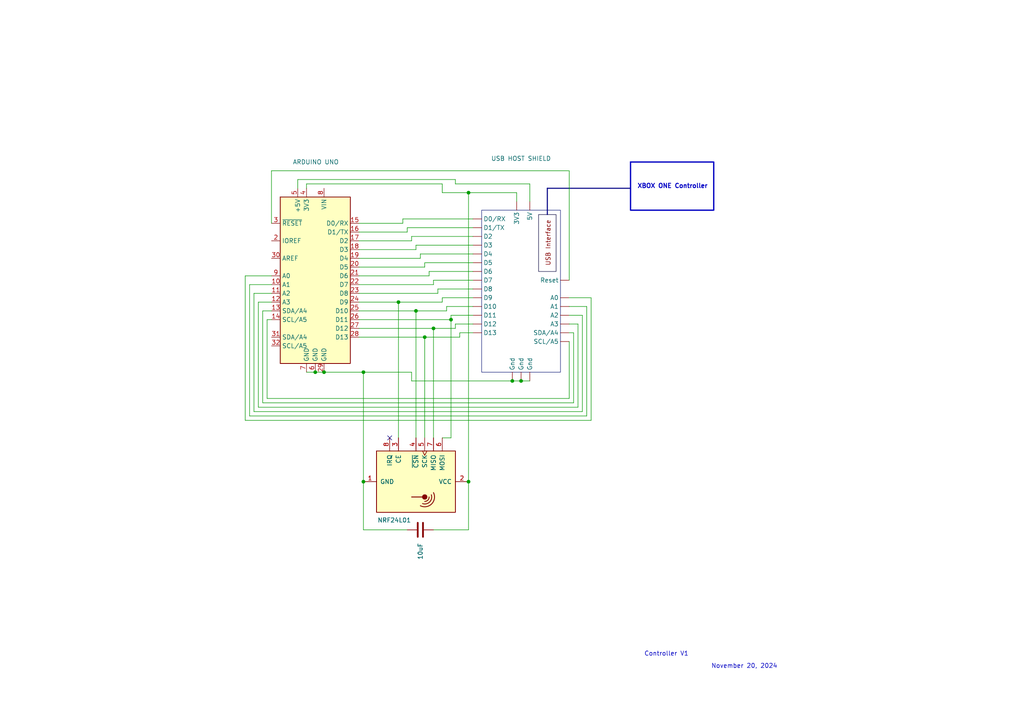
<source format=kicad_sch>
(kicad_sch (version 20231120) (generator "eeschema") (generator_version "8.0")
  (paper "A4")
  (lib_symbols
    (symbol "Device:C" (pin_numbers hide) (pin_names (offset 0.254))
      (property "Reference" "C" (at 0.635 2.54 0))
      (property "Value" "C" (at 0.635 -2.54 0))
      (symbol "C_0_1"
        (polyline (pts (xy -2.032 -0.762) (xy 2.032 -0.762)) (stroke (width 0.508)))
        (polyline (pts (xy -2.032 0.762) (xy 2.032 0.762)) (stroke (width 0.508)))
      )
      (symbol "C_1_1"
        (pin passive line (at 0 3.81 270) (length 2.794) (name "~") (number "1"))
        (pin passive line (at 0 -3.81 90) (length 2.794) (name "~") (number "2"))
      )
    )
    (symbol "MCU_Module:Arduino_UNO_R3"
      (property "Reference" "A" (at -10.16 23.495 0))
      (property "Value" "Arduino_UNO_R3" (at 5.08 -26.67 0))
      (symbol "Arduino_UNO_R3_0_1"
        (rectangle (start -10.16 22.86) (end 10.16 -25.4) (stroke (width 0.254)) (fill (type background)))
      )
      (symbol "Arduino_UNO_R3_1_1"
        (pin no_connect line (at -10.16 -20.32 0) (length 2.54) hide (name "NC") (number "1"))
        (pin bidirectional line (at 12.7 -2.54 180) (length 2.54) (name "A1") (number "10"))
        (pin bidirectional line (at 12.7 -5.08 180) (length 2.54) (name "A2") (number "11"))
        (pin bidirectional line (at 12.7 -7.62 180) (length 2.54) (name "A3") (number "12"))
        (pin bidirectional line (at 12.7 -10.16 180) (length 2.54) (name "SDA/A4") (number "13"))
        (pin bidirectional line (at 12.7 -12.7 180) (length 2.54) (name "SCL/A5") (number "14"))
        (pin bidirectional line (at -12.7 15.24 0) (length 2.54) (name "D0/RX") (number "15"))
        (pin bidirectional line (at -12.7 12.7 0) (length 2.54) (name "D1/TX") (number "16"))
        (pin bidirectional line (at -12.7 10.16 0) (length 2.54) (name "D2") (number "17"))
        (pin bidirectional line (at -12.7 7.62 0) (length 2.54) (name "D3") (number "18"))
        (pin bidirectional line (at -12.7 5.08 0) (length 2.54) (name "D4") (number "19"))
        (pin output line (at 12.7 10.16 180) (length 2.54) (name "IOREF") (number "2"))
        (pin bidirectional line (at -12.7 2.54 0) (length 2.54) (name "D5") (number "20"))
        (pin bidirectional line (at -12.7 0 0) (length 2.54) (name "D6") (number "21"))
        (pin bidirectional line (at -12.7 -2.54 0) (length 2.54) (name "D7") (number "22"))
        (pin bidirectional line (at -12.7 -5.08 0) (length 2.54) (name "D8") (number "23"))
        (pin bidirectional line (at -12.7 -7.62 0) (length 2.54) (name "D9") (number "24"))
        (pin bidirectional line (at -12.7 -10.16 0) (length 2.54) (name "D10") (number "25"))
        (pin bidirectional line (at -12.7 -12.7 0) (length 2.54) (name "D11") (number "26"))
        (pin bidirectional line (at -12.7 -15.24 0) (length 2.54) (name "D12") (number "27"))
        (pin bidirectional line (at -12.7 -17.78 0) (length 2.54) (name "D13") (number "28"))
        (pin power_in line (at -2.54 -27.94 90) (length 2.54) (name "GND") (number "29"))
        (pin input line (at 12.7 15.24 180) (length 2.54) (name "~{RESET}") (number "3"))
        (pin input line (at 12.7 5.08 180) (length 2.54) (name "AREF") (number "30"))
        (pin bidirectional line (at 12.7 -17.78 180) (length 2.54) (name "SDA/A4") (number "31"))
        (pin bidirectional line (at 12.7 -20.32 180) (length 2.54) (name "SCL/A5") (number "32"))
        (pin power_out line (at 2.54 25.4 270) (length 2.54) (name "3V3") (number "4"))
        (pin power_out line (at 5.08 25.4 270) (length 2.54) (name "+5V") (number "5"))
        (pin power_in line (at 0 -27.94 90) (length 2.54) (name "GND") (number "6"))
        (pin power_in line (at 2.54 -27.94 90) (length 2.54) (name "GND") (number "7"))
        (pin power_in line (at -2.54 25.4 270) (length 2.54) (name "VIN") (number "8"))
        (pin bidirectional line (at 12.7 0 180) (length 2.54) (name "A0") (number "9"))
      )
    )
    (symbol "RF:NRF24L01_Breakout" (pin_names (offset 1.016))
      (property "Reference" "U" (at -8.89 12.7 0))
      (property "Value" "NRF24L01_Breakout" (at 3.81 12.7 0))
      (symbol "NRF24L01_Breakout_0_1"
        (rectangle (start -8.89 11.43) (end 8.89 -11.43) (stroke (width 0.254)) (fill (type background)))
        (polyline (pts (xy 4.445 1.905) (xy 4.445 -1.27)) (stroke (width 0.254)))
        (circle (center 4.445 2.54) (radius 0.635) (stroke (width 0.254)) (fill (type outline)))
        (arc (start 5.715 2.54) (mid 5.3521 3.4546) (end 4.445 3.81) (stroke (width 0.254)))
        (arc (start 6.35 1.905) (mid 5.8763 3.9854) (end 3.81 4.445) (stroke (width 0.254)))
        (arc (start 6.985 1.27) (mid 6.453 4.548) (end 3.175 5.08) (stroke (width 0.254)))
      )
      (symbol "NRF24L01_Breakout_1_1"
        (pin power_in line (at 0 -15.24 90) (length 3.81) (name "GND") (number "1"))
        (pin power_in line (at 0 15.24 270) (length 3.81) (name "VCC") (number "2"))
        (pin input line (at -12.7 -5.08 0) (length 3.81) (name "CE") (number "3"))
        (pin input line (at -12.7 0 0) (length 3.81) (name "~{CSN}") (number "4"))
        (pin input clock (at -12.7 2.54 0) (length 3.81) (name "SCK") (number "5"))
        (pin input line (at -12.7 7.62 0) (length 3.81) (name "MOSI") (number "6"))
        (pin output line (at -12.7 5.08 0) (length 3.81) (name "MISO") (number "7"))
        (pin output line (at -12.7 -7.62 0) (length 3.81) (name "IRQ") (number "8"))
      )
    )
    (symbol "transmitter:Host_Shield"
      (property "Reference" "H" (at 0 0 0))
      (symbol "Host_Shield_1_1"
        (rectangle (start -11.43 7.62) (end 11.43 -39.37) (stroke (width 0) (color 32 43 129 1)))
        (rectangle (start 5.08 6.35) (end 10.16 -10.16) (stroke (width 0) (color 20 18 71 1)))
        (text "USB Interface\n" (at 7.874 -1.778 900) (effects (font (size 1.27 1.27))))
        (pin input line (at -1.27 10.16 270) (length 2.54) (name "3V3") (number ""))
        (pin input line (at 2.54 10.16 270) (length 2.54) (name "5V") (number ""))
        (pin input line (at 13.97 -17.78 180) (length 2.54) (name "A0") (number ""))
        (pin input line (at 13.97 -20.32 180) (length 2.54) (name "A1") (number ""))
        (pin input line (at 13.97 -22.86 180) (length 2.54) (name "A2") (number ""))
        (pin input line (at 13.97 -25.4 180) (length 2.54) (name "A3") (number ""))
        (pin input line (at -13.97 5.08 0) (length 2.54) (name "D0/RX") (number ""))
        (pin input line (at -13.97 2.54 0) (length 2.54) (name "D1/TX") (number ""))
        (pin input line (at -13.97 -20.32 0) (length 2.54) (name "D10") (number ""))
        (pin input line (at -13.97 -22.86 0) (length 2.54) (name "D11") (number ""))
        (pin input line (at -13.97 -25.4 0) (length 2.54) (name "D12") (number ""))
        (pin input line (at -13.97 -27.94 0) (length 2.54) (name "D13") (number ""))
        (pin input line (at -13.97 0 0) (length 2.54) (name "D2") (number ""))
        (pin input line (at -13.97 -2.54 0) (length 2.54) (name "D3") (number ""))
        (pin input line (at -13.97 -5.08 0) (length 2.54) (name "D4") (number ""))
        (pin input line (at -13.97 -7.62 0) (length 2.54) (name "D5") (number ""))
        (pin input line (at -13.97 -10.16 0) (length 2.54) (name "D6") (number ""))
        (pin input line (at -13.97 -12.7 0) (length 2.54) (name "D7") (number ""))
        (pin input line (at -13.97 -15.24 0) (length 2.54) (name "D8") (number ""))
        (pin input line (at -13.97 -17.78 0) (length 2.54) (name "D9") (number ""))
        (pin input line (at -2.54 -41.91 90) (length 2.54) (name "Gnd") (number ""))
        (pin input line (at 0 -41.91 90) (length 2.54) (name "Gnd") (number ""))
        (pin input line (at 2.54 -41.91 90) (length 2.54) (name "Gnd") (number ""))
        (pin input line (at 13.97 -12.7 180) (length 2.54) (name "Reset") (number ""))
        (pin input line (at 13.97 -30.48 180) (length 2.54) (name "SCL/A5") (number ""))
        (pin input line (at 13.97 -27.94 180) (length 2.54) (name "SDA/A4") (number ""))
      )
    )
  )
  (junction (at 151.13 110.49))
  (junction (at 135.89 139.7))
  (junction (at 135.89 55.88))
  (junction (at 115.57 87.63))
  (junction (at 120.65 90.17))
  (junction (at 123.19 97.79))
  (junction (at 130.81 92.71))
  (junction (at 91.44 107.95))
  (junction (at 105.41 139.7))
  (junction (at 105.41 107.95))
  (junction (at 93.98 107.95))
  (junction (at 148.59 110.49))
  (junction (at 125.73 95.25))
  (no_connect (at 113.03 127))
  (wire (pts (xy 71.12 121.92) (xy 71.12 80.01)))
  (wire (pts (xy 166.37 96.52) (xy 165.1 96.52)))
  (wire (pts (xy 135.89 153.67) (xy 125.73 153.67)))
  (wire (pts (xy 88.9 54.61) (xy 88.9 53.34)))
  (wire (pts (xy 151.13 110.49) (xy 148.59 110.49)))
  (wire (pts (xy 118.11 66.04) (xy 137.16 66.04)))
  (wire (pts (xy 118.11 67.31) (xy 104.14 67.31)))
  (wire (pts (xy 133.35 97.79) (xy 123.19 97.79)))
  (wire (pts (xy 124.46 80.01) (xy 124.46 78.74)))
  (wire (pts (xy 125.73 95.25) (xy 104.14 95.25)))
  (wire (pts (xy 166.37 116.84) (xy 76.2 116.84)))
  (wire (pts (xy 93.98 107.95) (xy 105.41 107.95)))
  (wire (pts (xy 105.41 107.95) (xy 105.41 139.7)))
  (wire (pts (xy 128.27 87.63) (xy 115.57 87.63)))
  (wire (pts (xy 125.73 82.55) (xy 104.14 82.55)))
  (wire (pts (xy 73.66 119.38) (xy 168.91 119.38)))
  (wire (pts (xy 78.74 85.09) (xy 73.66 85.09)))
  (wire (pts (xy 121.92 73.66) (xy 137.16 73.66)))
  (wire (pts (xy 118.11 67.31) (xy 118.11 66.04)))
  (wire (pts (xy 78.74 90.17) (xy 76.2 90.17)))
  (wire (pts (xy 135.89 139.7) (xy 135.89 153.67)))
  (wire (pts (xy 105.41 107.95) (xy 119.38 107.95)))
  (wire (pts (xy 168.91 91.44) (xy 165.1 91.44)))
  (wire (pts (xy 121.92 74.93) (xy 104.14 74.93)))
  (wire (pts (xy 76.2 90.17) (xy 76.2 116.84)))
  (wire (pts (xy 72.39 120.65) (xy 72.39 82.55)))
  (wire (pts (xy 86.36 52.07) (xy 132.08 52.07)))
  (wire (pts (xy 129.54 88.9) (xy 137.16 88.9)))
  (wire (pts (xy 91.44 107.95) (xy 88.9 107.95)))
  (wire (pts (xy 123.19 77.47) (xy 104.14 77.47)))
  (wire (pts (xy 123.19 77.47) (xy 123.19 76.2)))
  (wire (pts (xy 127 83.82) (xy 137.16 83.82)))
  (wire (pts (xy 125.73 82.55) (xy 125.73 81.28)))
  (wire (pts (xy 153.67 110.49) (xy 151.13 110.49)))
  (wire (pts (xy 127 85.09) (xy 104.14 85.09)))
  (wire (pts (xy 124.46 78.74) (xy 137.16 78.74)))
  (wire (pts (xy 133.35 96.52) (xy 137.16 96.52)))
  (wire (pts (xy 129.54 90.17) (xy 120.65 90.17)))
  (wire (pts (xy 149.86 55.88) (xy 149.86 58.42)))
  (wire (pts (xy 171.45 121.92) (xy 71.12 121.92)))
  (wire (pts (xy 127 85.09) (xy 127 83.82)))
  (wire (pts (xy 124.46 80.01) (xy 104.14 80.01)))
  (wire (pts (xy 170.18 88.9) (xy 170.18 120.65)))
  (wire (pts (xy 119.38 69.85) (xy 119.38 68.58)))
  (wire (pts (xy 129.54 90.17) (xy 129.54 88.9)))
  (wire (pts (xy 116.84 64.77) (xy 104.14 64.77)))
  (wire (pts (xy 167.64 93.98) (xy 167.64 118.11)))
  (wire (pts (xy 120.65 90.17) (xy 120.65 127)))
  (bus (pts (xy 182.88 54.61) (xy 158.75 54.61)))
  (wire (pts (xy 120.65 90.17) (xy 104.14 90.17)))
  (wire (pts (xy 116.84 64.77) (xy 116.84 63.5)))
  (wire (pts (xy 71.12 80.01) (xy 78.74 80.01)))
  (wire (pts (xy 128.27 86.36) (xy 137.16 86.36)))
  (wire (pts (xy 119.38 69.85) (xy 104.14 69.85)))
  (wire (pts (xy 120.65 71.12) (xy 137.16 71.12)))
  (wire (pts (xy 171.45 86.36) (xy 171.45 121.92)))
  (wire (pts (xy 132.08 53.34) (xy 153.67 53.34)))
  (wire (pts (xy 105.41 139.7) (xy 105.41 153.67)))
  (wire (pts (xy 123.19 97.79) (xy 104.14 97.79)))
  (wire (pts (xy 74.93 87.63) (xy 78.74 87.63)))
  (wire (pts (xy 121.92 74.93) (xy 121.92 73.66)))
  (wire (pts (xy 165.1 88.9) (xy 170.18 88.9)))
  (wire (pts (xy 120.65 72.39) (xy 120.65 71.12)))
  (wire (pts (xy 120.65 72.39) (xy 104.14 72.39)))
  (wire (pts (xy 123.19 97.79) (xy 123.19 127)))
  (wire (pts (xy 115.57 87.63) (xy 115.57 127)))
  (wire (pts (xy 115.57 87.63) (xy 104.14 87.63)))
  (wire (pts (xy 135.89 55.88) (xy 149.86 55.88)))
  (wire (pts (xy 165.1 93.98) (xy 167.64 93.98)))
  (wire (pts (xy 86.36 54.61) (xy 86.36 52.07)))
  (wire (pts (xy 78.74 82.55) (xy 72.39 82.55)))
  (wire (pts (xy 165.1 86.36) (xy 171.45 86.36)))
  (wire (pts (xy 165.1 99.06) (xy 165.1 115.57)))
  (wire (pts (xy 165.1 49.53) (xy 78.74 49.53)))
  (wire (pts (xy 165.1 49.53) (xy 165.1 81.28)))
  (wire (pts (xy 130.81 91.44) (xy 137.16 91.44)))
  (wire (pts (xy 153.67 53.34) (xy 153.67 58.42)))
  (wire (pts (xy 128.27 87.63) (xy 128.27 86.36)))
  (wire (pts (xy 130.81 92.71) (xy 130.81 127)))
  (wire (pts (xy 123.19 76.2) (xy 137.16 76.2)))
  (wire (pts (xy 125.73 95.25) (xy 125.73 127)))
  (wire (pts (xy 78.74 49.53) (xy 78.74 64.77)))
  (wire (pts (xy 166.37 116.84) (xy 166.37 96.52)))
  (wire (pts (xy 128.27 55.88) (xy 135.89 55.88)))
  (wire (pts (xy 132.08 52.07) (xy 132.08 53.34)))
  (wire (pts (xy 130.81 127) (xy 128.27 127)))
  (wire (pts (xy 170.18 120.65) (xy 72.39 120.65)))
  (wire (pts (xy 167.64 118.11) (xy 74.93 118.11)))
  (wire (pts (xy 135.89 55.88) (xy 135.89 139.7)))
  (wire (pts (xy 148.59 110.49) (xy 119.38 110.49)))
  (wire (pts (xy 168.91 119.38) (xy 168.91 91.44)))
  (wire (pts (xy 77.47 115.57) (xy 77.47 92.71)))
  (wire (pts (xy 105.41 153.67) (xy 118.11 153.67)))
  (wire (pts (xy 73.66 85.09) (xy 73.66 119.38)))
  (wire (pts (xy 133.35 97.79) (xy 133.35 96.52)))
  (wire (pts (xy 130.81 92.71) (xy 130.81 91.44)))
  (wire (pts (xy 93.98 107.95) (xy 91.44 107.95)))
  (wire (pts (xy 77.47 92.71) (xy 78.74 92.71)))
  (wire (pts (xy 125.73 81.28) (xy 137.16 81.28)))
  (wire (pts (xy 128.27 53.34) (xy 128.27 55.88)))
  (wire (pts (xy 130.81 92.71) (xy 104.14 92.71)))
  (bus (pts (xy 158.75 62.23) (xy 158.75 54.61)))
  (wire (pts (xy 132.08 95.25) (xy 125.73 95.25)))
  (wire (pts (xy 88.9 53.34) (xy 128.27 53.34)))
  (wire (pts (xy 165.1 115.57) (xy 77.47 115.57)))
  (wire (pts (xy 74.93 87.63) (xy 74.93 118.11)))
  (wire (pts (xy 119.38 68.58) (xy 137.16 68.58)))
  (wire (pts (xy 119.38 107.95) (xy 119.38 110.49)))
  (wire (pts (xy 132.08 95.25) (xy 132.08 93.98)))
  (wire (pts (xy 132.08 93.98) (xy 137.16 93.98)))
  (wire (pts (xy 116.84 63.5) (xy 137.16 63.5)))
  (rectangle (start 207.01 46.99) (end 182.88 60.96) (stroke (width 0.381)))
  (text "XBOX ONE Controller" (at 195.072 54.102 0) (effects (font (size 1.27 1.27) (thickness 0.254) (bold yes))))
  (text "Controller V1" (at 193.294 189.738 0) (effects (font (size 1.27 1.27))))
  (text "November 20, 2024\n" (at 215.9 193.294 0) (effects (font (size 1.27 1.27))))
  (symbol (lib_id "RF:NRF24L01_Breakout") (at 120.65 139.7 270) (unit 1)
    (property "Reference" "U1" (effects (hide yes)))
    (property "Value" "NRF24L01" (at 109.474 150.876 90) (effects (justify left)))
    (property "Footprint" "RF_Module:nRF24L01_Breakout" (effects (hide yes)))
    (property "Datasheet" "http://www.nordicsemi.com/eng/content/download/2730/34105/file/nRF24L01_Product_Specification_v2_0.pdf" (effects (hide yes)))
    (property "Description" "Ultra low power 2.4GHz RF Transceiver, Carrier PCB" (effects (hide yes)))
  )
  (symbol (lib_id "Device:C") (at 121.92 153.67 270) (unit 1)
    (property "Reference" "C1" (effects (hide yes)))
    (property "Value" "10uF" (at 121.9201 157.48 0) (effects (justify left)))
    (property "Description" "Unpolarized capacitor" (effects (hide yes)))
  )
  (symbol (lib_id "MCU_Module:Arduino_UNO_R3") (at 91.44 80.01 0) (mirror y) (unit 1)
    (property "Reference" "A1" (effects (hide yes)))
    (property "Value" "ARDUINO UNO" (at 98.298 46.99 0) (effects (justify left)))
    (property "Footprint" "Module:Arduino_UNO_R3" (effects (hide yes)))
    (property "Datasheet" "https://www.arduino.cc/en/Main/arduinoBoardUno" (effects (hide yes)))
    (property "Description" "Arduino UNO Microcontroller Module, release 3" (effects (hide yes)))
  )
  (symbol (lib_id "transmitter:Host_Shield") (at 151.13 68.58 0) (unit 1)
    (property "Reference" "H1" (effects (hide yes)))
    (property "Value" "USB HOST SHIELD" (at 151.13 45.974 0))
  )
)
</source>
